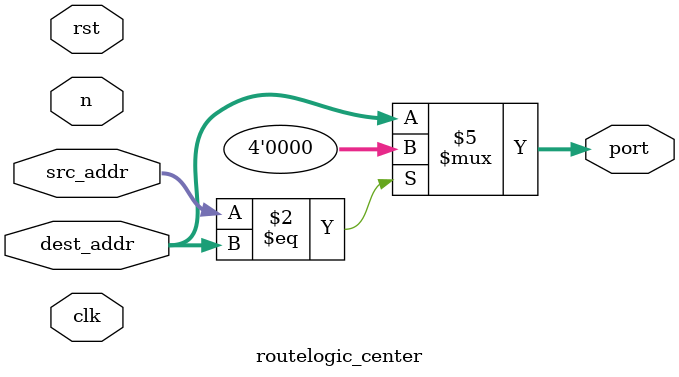
<source format=v>
`timescale 1ns / 1ps


module routelogic_center(
    port,
    src_addr,
    dest_addr,
    n,
    clk,
    rst
    );
    
    output reg [3:0] port;
    input wire [3:0] src_addr;
    input wire [3:0] dest_addr;
    input wire [3:0] n;
    input wire clk;
    input wire rst;
    
    initial begin
        port = 4'b0000;
    end    
    
    always @(src_addr or dest_addr) begin
        if (src_addr == dest_addr) begin
            //LOCAL PORT
            port <= 2'b0000;
        end
        else begin
            port <= dest_addr;
        end
    end

    
endmodule

</source>
